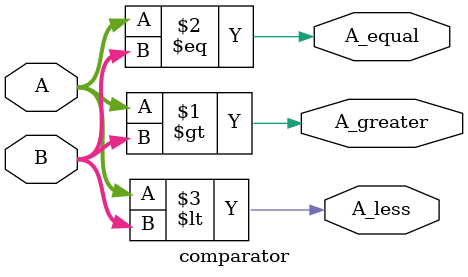
<source format=v>
module comparator(
    input [3:0] A,
    input [3:0] B,
    output A_greater,
    output A_equal,
    output A_less
);

assign A_greater = (A > B);
assign A_equal   = (A == B);
assign A_less    = (A < B);

endmodule

</source>
